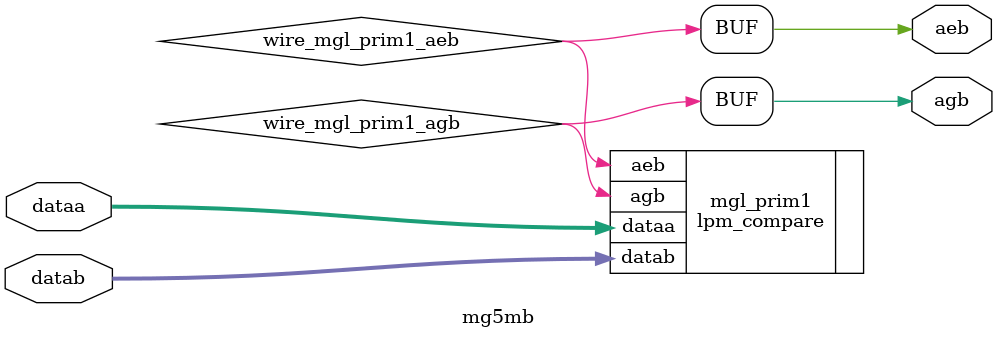
<source format=v>






//synthesis_resources = lpm_compare 1 
//synopsys translate_off
`timescale 1 ps / 1 ps
//synopsys translate_on
module  mg5mb
	( 
	aeb,
	agb,
	dataa,
	datab) /* synthesis synthesis_clearbox=1 */;
	output   aeb;
	output   agb;
	input   [63:0]  dataa;
	input   [63:0]  datab;

	wire  wire_mgl_prim1_aeb;
	wire  wire_mgl_prim1_agb;

	lpm_compare   mgl_prim1
	( 
	.aeb(wire_mgl_prim1_aeb),
	.agb(wire_mgl_prim1_agb),
	.dataa(dataa),
	.datab(datab));
	defparam
		mgl_prim1.lpm_representation = "UNSIGNED",
		mgl_prim1.lpm_type = "LPM_COMPARE",
		mgl_prim1.lpm_width = 64;
	assign
		aeb = wire_mgl_prim1_aeb,
		agb = wire_mgl_prim1_agb;
endmodule //mg5mb
//VALID FILE

</source>
